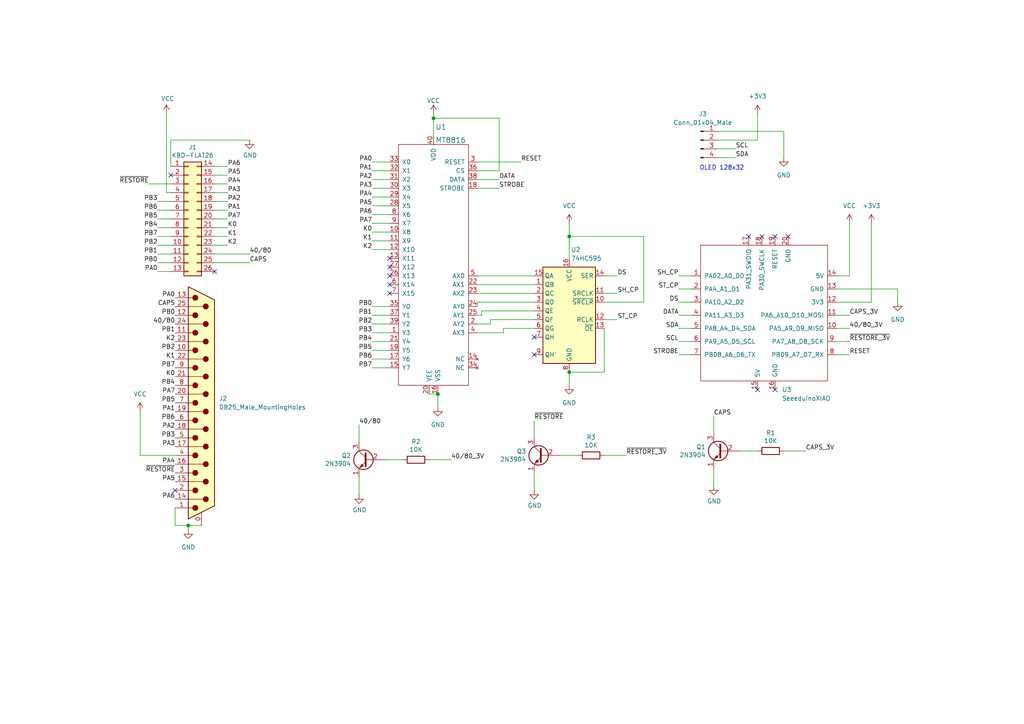
<source format=kicad_sch>
(kicad_sch (version 20211123) (generator eeschema)
  (paper "A4")
  (title_block (title "SEEDUINO C128 Keyboard Adapter") (date "2022-05-26") (comment 1 "ytm@elysium.pl") (comment 2 "Maciej Witkowiak"))
  (lib_symbols
    (symbol "74xx:74HC595"
      (property "Reference" "U" (at -7.62 13.97 0))
      (property "Value" "74HC595" (at -7.62 -16.51 0))
      (symbol "74HC595_1_0"
        (pin tri_state line (at 10.16 7.62 180) (length 2.54) (name "QB") (number "1"))
        (pin input line (at -10.16 2.54 0) (length 2.54) (name "~{SRCLR}") (number "10"))
        (pin input line (at -10.16 5.08 0) (length 2.54) (name "SRCLK") (number "11"))
        (pin input line (at -10.16 -2.54 0) (length 2.54) (name "RCLK") (number "12"))
        (pin input line (at -10.16 -5.08 0) (length 2.54) (name "~{OE}") (number "13"))
        (pin input line (at -10.16 10.16 0) (length 2.54) (name "SER") (number "14"))
        (pin tri_state line (at 10.16 10.16 180) (length 2.54) (name "QA") (number "15"))
        (pin power_in line (at 0 15.24 270) (length 2.54) (name "VCC") (number "16"))
        (pin tri_state line (at 10.16 5.08 180) (length 2.54) (name "QC") (number "2"))
        (pin tri_state line (at 10.16 2.54 180) (length 2.54) (name "QD") (number "3"))
        (pin tri_state line (at 10.16 0 180) (length 2.54) (name "QE") (number "4"))
        (pin tri_state line (at 10.16 -2.54 180) (length 2.54) (name "QF") (number "5"))
        (pin tri_state line (at 10.16 -5.08 180) (length 2.54) (name "QG") (number "6"))
        (pin tri_state line (at 10.16 -7.62 180) (length 2.54) (name "QH") (number "7"))
        (pin power_in line (at 0 -17.78 90) (length 2.54) (name "GND") (number "8"))
        (pin output line (at 10.16 -12.7 180) (length 2.54) (name "QH'") (number "9"))
      )
      (symbol "74HC595_1_1"
        (rectangle (start -7.62 12.7) (end 7.62 -15.24) (stroke (width 0.254)) (fill (type background)))
      )
    )
    (symbol "Connector:Conn_01x04_Male" (pin_names (offset 1.016) hide)
      (property "Reference" "J" (at 0 5.08 0))
      (property "Value" "Conn_01x04_Male" (at 0 -7.62 0))
      (symbol "Conn_01x04_Male_1_1"
        (polyline (pts (xy 1.27 -5.08) (xy 0.8636 -5.08)) (stroke (width 0.1524)))
        (polyline (pts (xy 1.27 -2.54) (xy 0.8636 -2.54)) (stroke (width 0.1524)))
        (polyline (pts (xy 1.27 0) (xy 0.8636 0)) (stroke (width 0.1524)))
        (polyline (pts (xy 1.27 2.54) (xy 0.8636 2.54)) (stroke (width 0.1524)))
        (rectangle (start 0.8636 -4.953) (end 0 -5.207) (stroke (width 0.1524)) (fill (type outline)))
        (rectangle (start 0.8636 -2.413) (end 0 -2.667) (stroke (width 0.1524)) (fill (type outline)))
        (rectangle (start 0.8636 0.127) (end 0 -0.127) (stroke (width 0.1524)) (fill (type outline)))
        (rectangle (start 0.8636 2.667) (end 0 2.413) (stroke (width 0.1524)) (fill (type outline)))
        (pin passive line (at 5.08 2.54 180) (length 3.81) (name "Pin_1") (number "1"))
        (pin passive line (at 5.08 0 180) (length 3.81) (name "Pin_2") (number "2"))
        (pin passive line (at 5.08 -2.54 180) (length 3.81) (name "Pin_3") (number "3"))
        (pin passive line (at 5.08 -5.08 180) (length 3.81) (name "Pin_4") (number "4"))
      )
    )
    (symbol "Connector:DB25_Male_MountingHoles" (pin_names (offset 1.016) hide)
      (property "Reference" "J" (at 0 36.83 0))
      (property "Value" "DB25_Male_MountingHoles" (at 0 34.925 0))
      (symbol "DB25_Male_MountingHoles_0_1"
        (circle (center -1.778 -30.48) (radius 0.762) (fill (type outline)))
        (circle (center -1.778 -25.4) (radius 0.762) (fill (type outline)))
        (circle (center -1.778 -20.32) (radius 0.762) (fill (type outline)))
        (circle (center -1.778 -15.24) (radius 0.762) (fill (type outline)))
        (circle (center -1.778 -10.16) (radius 0.762) (fill (type outline)))
        (circle (center -1.778 -5.08) (radius 0.762) (fill (type outline)))
        (circle (center -1.778 0) (radius 0.762) (fill (type outline)))
        (circle (center -1.778 5.08) (radius 0.762) (fill (type outline)))
        (circle (center -1.778 10.16) (radius 0.762) (fill (type outline)))
        (circle (center -1.778 15.24) (radius 0.762) (fill (type outline)))
        (circle (center -1.778 20.32) (radius 0.762) (fill (type outline)))
        (circle (center -1.778 25.4) (radius 0.762) (fill (type outline)))
        (circle (center -1.778 30.48) (radius 0.762) (fill (type outline)))
        (polyline (pts (xy -3.81 -30.48) (xy -2.54 -30.48)))
        (polyline (pts (xy -3.81 -27.94) (xy 0.508 -27.94)))
        (polyline (pts (xy -3.81 -25.4) (xy -2.54 -25.4)))
        (polyline (pts (xy -3.81 -22.86) (xy 0.508 -22.86)))
        (polyline (pts (xy -3.81 -20.32) (xy -2.54 -20.32)))
        (polyline (pts (xy -3.81 -17.78) (xy 0.508 -17.78)))
        (polyline (pts (xy -3.81 -15.24) (xy -2.54 -15.24)))
        (polyline (pts (xy -3.81 -12.7) (xy 0.508 -12.7)))
        (polyline (pts (xy -3.81 -10.16) (xy -2.54 -10.16)))
        (polyline (pts (xy -3.81 -7.62) (xy 0.508 -7.62)))
        (polyline (pts (xy -3.81 -5.08) (xy -2.54 -5.08)))
        (polyline (pts (xy -3.81 -2.54) (xy 0.508 -2.54)))
        (polyline (pts (xy -3.81 0) (xy -2.54 0)))
        (polyline (pts (xy -3.81 2.54) (xy 0.508 2.54)))
        (polyline (pts (xy -3.81 5.08) (xy -2.54 5.08)))
        (polyline (pts (xy -3.81 7.62) (xy 0.508 7.62)))
        (polyline (pts (xy -3.81 10.16) (xy -2.54 10.16)))
        (polyline (pts (xy -3.81 12.7) (xy 0.508 12.7)))
        (polyline (pts (xy -3.81 15.24) (xy -2.54 15.24)))
        (polyline (pts (xy -3.81 17.78) (xy 0.508 17.78)))
        (polyline (pts (xy -3.81 20.32) (xy -2.54 20.32)))
        (polyline (pts (xy -3.81 22.86) (xy 0.508 22.86)))
        (polyline (pts (xy -3.81 25.4) (xy -2.54 25.4)))
        (polyline (pts (xy -3.81 27.94) (xy 0.508 27.94)))
        (polyline (pts (xy -3.81 30.48) (xy -2.54 30.48)))
        (polyline (pts (xy -3.81 -33.655) (xy 3.81 -29.845) (xy 3.81 29.845) (xy -3.81 33.655) (xy -3.81 -33.655)) (stroke (width 0.254)) (fill (type background)))
        (circle (center 1.27 -27.94) (radius 0.762) (fill (type outline)))
        (circle (center 1.27 -22.86) (radius 0.762) (fill (type outline)))
        (circle (center 1.27 -17.78) (radius 0.762) (fill (type outline)))
        (circle (center 1.27 -12.7) (radius 0.762) (fill (type outline)))
        (circle (center 1.27 -7.62) (radius 0.762) (fill (type outline)))
        (circle (center 1.27 -2.54) (radius 0.762) (fill (type outline)))
        (circle (center 1.27 2.54) (radius 0.762) (fill (type outline)))
        (circle (center 1.27 7.62) (radius 0.762) (fill (type outline)))
        (circle (center 1.27 12.7) (radius 0.762) (fill (type outline)))
        (circle (center 1.27 17.78) (radius 0.762) (fill (type outline)))
        (circle (center 1.27 22.86) (radius 0.762) (fill (type outline)))
        (circle (center 1.27 27.94) (radius 0.762) (fill (type outline)))
      )
      (symbol "DB25_Male_MountingHoles_1_1"
        (pin passive line (at 0 -35.56 90) (length 3.81) (name "PAD") (number "0"))
        (pin passive line (at -7.62 -30.48 0) (length 3.81) (name "1") (number "1"))
        (pin passive line (at -7.62 15.24 0) (length 3.81) (name "10") (number "10"))
        (pin passive line (at -7.62 20.32 0) (length 3.81) (name "11") (number "11"))
        (pin passive line (at -7.62 25.4 0) (length 3.81) (name "12") (number "12"))
        (pin passive line (at -7.62 30.48 0) (length 3.81) (name "13") (number "13"))
        (pin passive line (at -7.62 -27.94 0) (length 3.81) (name "P14") (number "14"))
        (pin passive line (at -7.62 -22.86 0) (length 3.81) (name "P15") (number "15"))
        (pin passive line (at -7.62 -17.78 0) (length 3.81) (name "P16") (number "16"))
        (pin passive line (at -7.62 -12.7 0) (length 3.81) (name "P17") (number "17"))
        (pin passive line (at -7.62 -7.62 0) (length 3.81) (name "P18") (number "18"))
        (pin passive line (at -7.62 -2.54 0) (length 3.81) (name "P19") (number "19"))
        (pin passive line (at -7.62 -25.4 0) (length 3.81) (name "2") (number "2"))
        (pin passive line (at -7.62 2.54 0) (length 3.81) (name "P20") (number "20"))
        (pin passive line (at -7.62 7.62 0) (length 3.81) (name "P21") (number "21"))
        (pin passive line (at -7.62 12.7 0) (length 3.81) (name "P22") (number "22"))
        (pin passive line (at -7.62 17.78 0) (length 3.81) (name "P23") (number "23"))
        (pin passive line (at -7.62 22.86 0) (length 3.81) (name "P24") (number "24"))
        (pin passive line (at -7.62 27.94 0) (length 3.81) (name "P25") (number "25"))
        (pin passive line (at -7.62 -20.32 0) (length 3.81) (name "3") (number "3"))
        (pin passive line (at -7.62 -15.24 0) (length 3.81) (name "4") (number "4"))
        (pin passive line (at -7.62 -10.16 0) (length 3.81) (name "5") (number "5"))
        (pin passive line (at -7.62 -5.08 0) (length 3.81) (name "6") (number "6"))
        (pin passive line (at -7.62 0 0) (length 3.81) (name "7") (number "7"))
        (pin passive line (at -7.62 5.08 0) (length 3.81) (name "8") (number "8"))
        (pin passive line (at -7.62 10.16 0) (length 3.81) (name "9") (number "9"))
      )
    )
    (symbol "Connector_Generic:Conn_02x13_Top_Bottom" (pin_names (offset 1.016) hide)
      (property "Reference" "J" (at 1.27 17.78 0))
      (property "Value" "Conn_02x13_Top_Bottom" (at 1.27 -17.78 0))
      (symbol "Conn_02x13_Top_Bottom_1_1"
        (rectangle (start -1.27 -15.113) (end 0 -15.367) (stroke (width 0.1524)))
        (rectangle (start -1.27 -12.573) (end 0 -12.827) (stroke (width 0.1524)))
        (rectangle (start -1.27 -10.033) (end 0 -10.287) (stroke (width 0.1524)))
        (rectangle (start -1.27 -7.493) (end 0 -7.747) (stroke (width 0.1524)))
        (rectangle (start -1.27 -4.953) (end 0 -5.207) (stroke (width 0.1524)))
        (rectangle (start -1.27 -2.413) (end 0 -2.667) (stroke (width 0.1524)))
        (rectangle (start -1.27 0.127) (end 0 -0.127) (stroke (width 0.1524)))
        (rectangle (start -1.27 2.667) (end 0 2.413) (stroke (width 0.1524)))
        (rectangle (start -1.27 5.207) (end 0 4.953) (stroke (width 0.1524)))
        (rectangle (start -1.27 7.747) (end 0 7.493) (stroke (width 0.1524)))
        (rectangle (start -1.27 10.287) (end 0 10.033) (stroke (width 0.1524)))
        (rectangle (start -1.27 12.827) (end 0 12.573) (stroke (width 0.1524)))
        (rectangle (start -1.27 15.367) (end 0 15.113) (stroke (width 0.1524)))
        (rectangle (start -1.27 16.51) (end 3.81 -16.51) (stroke (width 0.254)) (fill (type background)))
        (rectangle (start 3.81 -15.113) (end 2.54 -15.367) (stroke (width 0.1524)))
        (rectangle (start 3.81 -12.573) (end 2.54 -12.827) (stroke (width 0.1524)))
        (rectangle (start 3.81 -10.033) (end 2.54 -10.287) (stroke (width 0.1524)))
        (rectangle (start 3.81 -7.493) (end 2.54 -7.747) (stroke (width 0.1524)))
        (rectangle (start 3.81 -4.953) (end 2.54 -5.207) (stroke (width 0.1524)))
        (rectangle (start 3.81 -2.413) (end 2.54 -2.667) (stroke (width 0.1524)))
        (rectangle (start 3.81 0.127) (end 2.54 -0.127) (stroke (width 0.1524)))
        (rectangle (start 3.81 2.667) (end 2.54 2.413) (stroke (width 0.1524)))
        (rectangle (start 3.81 5.207) (end 2.54 4.953) (stroke (width 0.1524)))
        (rectangle (start 3.81 7.747) (end 2.54 7.493) (stroke (width 0.1524)))
        (rectangle (start 3.81 10.287) (end 2.54 10.033) (stroke (width 0.1524)))
        (rectangle (start 3.81 12.827) (end 2.54 12.573) (stroke (width 0.1524)))
        (rectangle (start 3.81 15.367) (end 2.54 15.113) (stroke (width 0.1524)))
        (pin passive line (at -5.08 15.24 0) (length 3.81) (name "Pin_1") (number "1"))
        (pin passive line (at -5.08 -7.62 0) (length 3.81) (name "Pin_10") (number "10"))
        (pin passive line (at -5.08 -10.16 0) (length 3.81) (name "Pin_11") (number "11"))
        (pin passive line (at -5.08 -12.7 0) (length 3.81) (name "Pin_12") (number "12"))
        (pin passive line (at -5.08 -15.24 0) (length 3.81) (name "Pin_13") (number "13"))
        (pin passive line (at 7.62 15.24 180) (length 3.81) (name "Pin_14") (number "14"))
        (pin passive line (at 7.62 12.7 180) (length 3.81) (name "Pin_15") (number "15"))
        (pin passive line (at 7.62 10.16 180) (length 3.81) (name "Pin_16") (number "16"))
        (pin passive line (at 7.62 7.62 180) (length 3.81) (name "Pin_17") (number "17"))
        (pin passive line (at 7.62 5.08 180) (length 3.81) (name "Pin_18") (number "18"))
        (pin passive line (at 7.62 2.54 180) (length 3.81) (name "Pin_19") (number "19"))
        (pin passive line (at -5.08 12.7 0) (length 3.81) (name "Pin_2") (number "2"))
        (pin passive line (at 7.62 0 180) (length 3.81) (name "Pin_20") (number "20"))
        (pin passive line (at 7.62 -2.54 180) (length 3.81) (name "Pin_21") (number "21"))
        (pin passive line (at 7.62 -5.08 180) (length 3.81) (name "Pin_22") (number "22"))
        (pin passive line (at 7.62 -7.62 180) (length 3.81) (name "Pin_23") (number "23"))
        (pin passive line (at 7.62 -10.16 180) (length 3.81) (name "Pin_24") (number "24"))
        (pin passive line (at 7.62 -12.7 180) (length 3.81) (name "Pin_25") (number "25"))
        (pin passive line (at 7.62 -15.24 180) (length 3.81) (name "Pin_26") (number "26"))
        (pin passive line (at -5.08 10.16 0) (length 3.81) (name "Pin_3") (number "3"))
        (pin passive line (at -5.08 7.62 0) (length 3.81) (name "Pin_4") (number "4"))
        (pin passive line (at -5.08 5.08 0) (length 3.81) (name "Pin_5") (number "5"))
        (pin passive line (at -5.08 2.54 0) (length 3.81) (name "Pin_6") (number "6"))
        (pin passive line (at -5.08 0 0) (length 3.81) (name "Pin_7") (number "7"))
        (pin passive line (at -5.08 -2.54 0) (length 3.81) (name "Pin_8") (number "8"))
        (pin passive line (at -5.08 -5.08 0) (length 3.81) (name "Pin_9") (number "9"))
      )
    )
    (symbol "Device:R" (pin_numbers hide) (pin_names (offset 0))
      (property "Reference" "R" (at 2.032 0 90))
      (property "Value" "R" (at 0 0 90))
      (symbol "R_0_1"
        (rectangle (start -1.016 -2.54) (end 1.016 2.54) (stroke (width 0.254)))
      )
      (symbol "R_1_1"
        (pin passive line (at 0 3.81 270) (length 1.27) (name "~") (number "1"))
        (pin passive line (at 0 -3.81 90) (length 1.27) (name "~") (number "2"))
      )
    )
    (symbol "SEEDUINO XIAO:SeeeduinoXIAO" (pin_names (offset 1.016))
      (property "Reference" "U" (at -19.05 22.86 0))
      (property "Value" "SeeeduinoXIAO" (at -12.7 21.59 0))
      (symbol "SeeeduinoXIAO_0_1"
        (rectangle (start -19.05 20.32) (end 17.78 -19.05))
      )
      (symbol "SeeeduinoXIAO_1_1"
        (pin unspecified line (at -21.59 11.43 0) (length 2.54) (name "PA02_A0_D0") (number "1"))
        (pin unspecified line (at 20.32 -3.81 180) (length 2.54) (name "PA5_A9_D9_MISO") (number "10"))
        (pin unspecified line (at 20.32 0 180) (length 2.54) (name "PA6_A10_D10_MOSI") (number "11"))
        (pin unspecified line (at 20.32 3.81 180) (length 2.54) (name "3V3") (number "12"))
        (pin unspecified line (at 20.32 7.62 180) (length 2.54) (name "GND") (number "13"))
        (pin unspecified line (at 20.32 11.43 180) (length 2.54) (name "5V") (number "14"))
        (pin input line (at -2.54 -21.59 90) (length 2.54) (name "5V") (number "15"))
        (pin input line (at 2.54 -21.59 90) (length 2.54) (name "GND") (number "16"))
        (pin input line (at -5.08 22.86 270) (length 2.54) (name "PA31_SWDIO") (number "17"))
        (pin input line (at -1.27 22.86 270) (length 2.54) (name "PA30_SWCLK") (number "18"))
        (pin input line (at 2.54 22.86 270) (length 2.54) (name "RESET") (number "19"))
        (pin unspecified line (at -21.59 7.62 0) (length 2.54) (name "PA4_A1_D1") (number "2"))
        (pin input line (at 6.35 22.86 270) (length 2.54) (name "GND") (number "20"))
        (pin unspecified line (at -21.59 3.81 0) (length 2.54) (name "PA10_A2_D2") (number "3"))
        (pin unspecified line (at -21.59 0 0) (length 2.54) (name "PA11_A3_D3") (number "4"))
        (pin unspecified line (at -21.59 -3.81 0) (length 2.54) (name "PA8_A4_D4_SDA") (number "5"))
        (pin unspecified line (at -21.59 -7.62 0) (length 2.54) (name "PA9_A5_D5_SCL") (number "6"))
        (pin unspecified line (at -21.59 -11.43 0) (length 2.54) (name "PB08_A6_D6_TX") (number "7"))
        (pin unspecified line (at 20.32 -11.43 180) (length 2.54) (name "PB09_A7_D7_RX") (number "8"))
        (pin unspecified line (at 20.32 -7.62 180) (length 2.54) (name "PA7_A8_D8_SCK") (number "9"))
      )
    )
    (symbol "Transistor_BJT:2N3904" (pin_names (offset 0) hide)
      (property "Reference" "Q" (at 5.08 1.905 0))
      (property "Value" "2N3904" (at 5.08 0 0))
      (symbol "2N3904_0_1"
        (polyline (pts (xy 0.635 0.635) (xy 2.54 2.54)))
        (polyline (pts (xy 0.635 -0.635) (xy 2.54 -2.54) (xy 2.54 -2.54)))
        (polyline (pts (xy 0.635 1.905) (xy 0.635 -1.905) (xy 0.635 -1.905)) (stroke (width 0.508)))
        (polyline (pts (xy 1.27 -1.778) (xy 1.778 -1.27) (xy 2.286 -2.286) (xy 1.27 -1.778) (xy 1.27 -1.778)) (fill (type outline)))
        (circle (center 1.27 0) (radius 2.8194) (stroke (width 0.254)))
      )
      (symbol "2N3904_1_1"
        (pin passive line (at 2.54 -5.08 90) (length 2.54) (name "E") (number "1"))
        (pin passive line (at -5.08 0 0) (length 5.715) (name "B") (number "2"))
        (pin passive line (at 2.54 5.08 270) (length 2.54) (name "C") (number "3"))
      )
    )
    (symbol "mt8808:MT8816" (pin_names (offset 1.016))
      (property "Reference" "U" (at 3.81 31.75 0))
      (property "Value" "MT8816" (at -15.24 -24.13 0))
      (symbol "MT8816_0_0"
        (pin bidirectional line (at 12.7 15.24 180) (length 2.54) (name "X4") (number "29"))
        (pin bidirectional line (at 12.7 17.78 180) (length 2.54) (name "X3") (number "30"))
        (pin bidirectional line (at 12.7 20.32 180) (length 2.54) (name "X2") (number "31"))
        (pin bidirectional line (at 12.7 22.86 180) (length 2.54) (name "X1") (number "32"))
        (pin bidirectional line (at 12.7 25.4 180) (length 2.54) (name "X0") (number "33"))
        (pin no_connect line (at -12.7 -34.29 0) (length 2.54) (name "NC") (number "34"))
        (pin bidirectional line (at 12.7 -16.51 180) (length 2.54) (name "Y0") (number "35"))
        (pin input line (at -12.7 22.86 0) (length 2.54) (name "CS") (number "36"))
        (pin bidirectional line (at 12.7 -19.05 180) (length 2.54) (name "Y1") (number "37"))
        (pin input line (at -12.7 20.32 0) (length 2.54) (name "DATA") (number "38"))
        (pin bidirectional line (at 12.7 -21.59 180) (length 2.54) (name "Y2") (number "39"))
        (pin power_in line (at 0 33.02 270) (length 2.54) (name "VDD") (number "40"))
      )
      (symbol "MT8816_0_1"
        (rectangle (start -10.16 30.48) (end 10.16 -39.37))
        (pin bidirectional line (at 12.7 -29.21 180) (length 2.54) (name "Y5") (number "19"))
        (pin input line (at -12.7 -7.62 0) (length 2.54) (name "AX0") (number "5"))
      )
      (symbol "MT8816_1_1"
        (pin bidirectional line (at 12.7 -24.13 180) (length 2.54) (name "Y3") (number "1"))
        (pin bidirectional line (at 12.7 5.08 180) (length 2.54) (name "X8") (number "10"))
        (pin bidirectional line (at 12.7 2.54 180) (length 2.54) (name "X9") (number "11"))
        (pin bidirectional line (at 12.7 0 180) (length 2.54) (name "X10") (number "12"))
        (pin bidirectional line (at 12.7 -2.54 180) (length 2.54) (name "X11") (number "13"))
        (pin no_connect line (at -12.7 -31.75 0) (length 2.54) (name "NC") (number "14"))
        (pin bidirectional line (at 12.7 -34.29 180) (length 2.54) (name "Y7") (number "15"))
        (pin power_in line (at -1.27 -41.91 90) (length 2.54) (name "VSS") (number "16"))
        (pin bidirectional line (at 12.7 -31.75 180) (length 2.54) (name "Y6") (number "17"))
        (pin input line (at -12.7 17.78 0) (length 2.54) (name "STROBE") (number "18"))
        (pin input line (at -12.7 -21.59 0) (length 2.54) (name "AY2") (number "2"))
        (pin power_in line (at 1.27 -41.91 90) (length 2.54) (name "VEE") (number "20"))
        (pin bidirectional line (at 12.7 -26.67 180) (length 2.54) (name "Y4") (number "21"))
        (pin input line (at -12.7 -10.16 0) (length 2.54) (name "AX1") (number "22"))
        (pin input line (at -12.7 -12.7 0) (length 2.54) (name "AX2") (number "23"))
        (pin input line (at -12.7 -16.51 0) (length 2.54) (name "AY0") (number "24"))
        (pin input line (at -12.7 -19.05 0) (length 2.54) (name "AY1") (number "25"))
        (pin bidirectional line (at 12.7 -7.62 180) (length 2.54) (name "X13") (number "26"))
        (pin bidirectional line (at 12.7 -5.08 180) (length 2.54) (name "X12") (number "27"))
        (pin bidirectional line (at 12.7 12.7 180) (length 2.54) (name "X5") (number "28"))
        (pin input line (at -12.7 25.4 0) (length 2.54) (name "RESET") (number "3"))
        (pin input line (at -12.7 -24.13 0) (length 2.54) (name "AX3") (number "4"))
        (pin bidirectional line (at 12.7 -10.16 180) (length 2.54) (name "X14") (number "6"))
        (pin bidirectional line (at 12.7 -12.7 180) (length 2.54) (name "X15") (number "7"))
        (pin bidirectional line (at 12.7 10.16 180) (length 2.54) (name "X6") (number "8"))
        (pin bidirectional line (at 12.7 7.62 180) (length 2.54) (name "X7") (number "9"))
      )
    )
    (symbol "power:+3.3V" (power) (pin_names (offset 0))
      (property "Value" "+3.3V" (at 0 3.556 0))
      (symbol "+3.3V_0_1"
        (polyline (pts (xy -0.762 1.27) (xy 0 2.54)))
        (polyline (pts (xy 0 0) (xy 0 2.54)))
        (polyline (pts (xy 0 2.54) (xy 0.762 1.27)))
      )
      (symbol "+3.3V_1_1"
        (pin power_in line (at 0 0 90) (length 0) hide (name "+3V3") (number "1"))
      )
    )
    (symbol "power:GND" (power) (pin_names (offset 0))
      (property "Value" "GND" (at 0 -3.81 0))
      (symbol "GND_0_1"
        (polyline (pts (xy 0 0) (xy 0 -1.27) (xy 1.27 -1.27) (xy 0 -2.54) (xy -1.27 -1.27) (xy 0 -1.27)))
      )
      (symbol "GND_1_1"
        (pin power_in line (at 0 0 270) (length 0) hide (name "GND") (number "1"))
      )
    )
    (symbol "power:VCC" (power) (pin_names (offset 0))
      (property "Value" "VCC" (at 0 3.81 0))
      (symbol "VCC_0_1"
        (polyline (pts (xy -0.762 1.27) (xy 0 2.54)))
        (polyline (pts (xy 0 0) (xy 0 2.54)))
        (polyline (pts (xy 0 2.54) (xy 0.762 1.27)))
      )
      (symbol "VCC_1_1"
        (pin power_in line (at 0 0 90) (length 0) hide (name "VCC") (number "1"))
      )
    )
  )
  (junction (at 54.61 152.4))
  (junction (at 165.1 107.95))
  (junction (at 127 114.3))
  (junction (at 125.73 34.29))
  (junction (at 165.1 68.58))
  (no_connect (at 224.79 113.03))
  (no_connect (at 219.71 113.03))
  (no_connect (at 49.53 50.8))
  (no_connect (at 113.03 77.47))
  (no_connect (at 113.03 80.01))
  (no_connect (at 113.03 82.55))
  (no_connect (at 113.03 85.09))
  (no_connect (at 113.03 74.93))
  (no_connect (at 62.23 78.74))
  (no_connect (at 50.8 142.24))
  (no_connect (at 228.6 68.58))
  (no_connect (at 224.79 68.58))
  (no_connect (at 220.98 68.58))
  (no_connect (at 217.17 68.58))
  (no_connect (at 154.94 97.79))
  (no_connect (at 154.94 102.87))
  (wire (pts (xy 165.1 68.58) (xy 165.1 74.93)))
  (wire (pts (xy 62.23 68.58) (xy 66.04 68.58)))
  (wire (pts (xy 48.26 55.88) (xy 48.26 33.02)))
  (wire (pts (xy 50.8 152.4) (xy 54.61 152.4)))
  (wire (pts (xy 45.72 68.58) (xy 49.53 68.58)))
  (wire (pts (xy 72.39 40.64) (xy 49.53 40.64)))
  (wire (pts (xy 107.95 46.99) (xy 113.03 46.99)))
  (wire (pts (xy 107.95 59.69) (xy 113.03 59.69)))
  (wire (pts (xy 196.85 83.82) (xy 200.66 83.82)))
  (wire (pts (xy 107.95 54.61) (xy 113.03 54.61)))
  (wire (pts (xy 107.95 49.53) (xy 113.03 49.53)))
  (wire (pts (xy 45.72 63.5) (xy 49.53 63.5)))
  (wire (pts (xy 146.05 96.52) (xy 146.05 95.25)))
  (wire (pts (xy 246.38 64.77) (xy 246.38 80.01)))
  (wire (pts (xy 62.23 76.2) (xy 72.39 76.2)))
  (wire (pts (xy 146.05 95.25) (xy 154.94 95.25)))
  (wire (pts (xy 196.85 80.01) (xy 200.66 80.01)))
  (wire (pts (xy 104.14 143.51) (xy 104.14 138.43)))
  (wire (pts (xy 138.43 54.61) (xy 144.78 54.61)))
  (wire (pts (xy 138.43 88.9) (xy 138.43 87.63)))
  (wire (pts (xy 208.28 45.72) (xy 213.36 45.72)))
  (wire (pts (xy 196.85 102.87) (xy 200.66 102.87)))
  (wire (pts (xy 40.64 119.38) (xy 40.64 132.08)))
  (wire (pts (xy 242.57 83.82) (xy 260.35 83.82)))
  (wire (pts (xy 154.94 121.92) (xy 154.94 127)))
  (wire (pts (xy 175.26 95.25) (xy 175.26 107.95)))
  (wire (pts (xy 62.23 53.34) (xy 66.04 53.34)))
  (wire (pts (xy 138.43 93.98) (xy 142.24 93.98)))
  (wire (pts (xy 138.43 49.53) (xy 144.78 49.53)))
  (wire (pts (xy 125.73 34.29) (xy 125.73 39.37)))
  (wire (pts (xy 196.85 99.06) (xy 200.66 99.06)))
  (wire (pts (xy 242.57 95.25) (xy 246.38 95.25)))
  (wire (pts (xy 50.8 147.32) (xy 50.8 152.4)))
  (wire (pts (xy 242.57 102.87) (xy 246.38 102.87)))
  (wire (pts (xy 104.14 123.19) (xy 104.14 128.27)))
  (wire (pts (xy 139.7 90.17) (xy 154.94 90.17)))
  (wire (pts (xy 207.01 140.97) (xy 207.01 135.89)))
  (wire (pts (xy 45.72 76.2) (xy 49.53 76.2)))
  (wire (pts (xy 124.46 133.35) (xy 130.81 133.35)))
  (wire (pts (xy 54.61 152.4) (xy 58.42 152.4)))
  (wire (pts (xy 242.57 91.44) (xy 246.38 91.44)))
  (wire (pts (xy 127 114.3) (xy 127 118.11)))
  (wire (pts (xy 62.23 71.12) (xy 66.04 71.12)))
  (wire (pts (xy 260.35 83.82) (xy 260.35 87.63)))
  (wire (pts (xy 208.28 43.18) (xy 213.36 43.18)))
  (wire (pts (xy 107.95 96.52) (xy 113.03 96.52)))
  (wire (pts (xy 207.01 120.65) (xy 207.01 125.73)))
  (wire (pts (xy 175.26 132.08) (xy 181.61 132.08)))
  (wire (pts (xy 107.95 57.15) (xy 113.03 57.15)))
  (wire (pts (xy 144.78 34.29) (xy 125.73 34.29)))
  (wire (pts (xy 107.95 67.31) (xy 113.03 67.31)))
  (wire (pts (xy 107.95 69.85) (xy 113.03 69.85)))
  (wire (pts (xy 252.73 87.63) (xy 242.57 87.63)))
  (wire (pts (xy 45.72 60.96) (xy 49.53 60.96)))
  (wire (pts (xy 144.78 49.53) (xy 144.78 34.29)))
  (wire (pts (xy 116.84 133.35) (xy 111.76 133.35)))
  (wire (pts (xy 196.85 91.44) (xy 200.66 91.44)))
  (wire (pts (xy 107.95 52.07) (xy 113.03 52.07)))
  (wire (pts (xy 138.43 52.07) (xy 144.78 52.07)))
  (wire (pts (xy 107.95 64.77) (xy 113.03 64.77)))
  (wire (pts (xy 186.69 87.63) (xy 186.69 68.58)))
  (wire (pts (xy 49.53 55.88) (xy 48.26 55.88)))
  (wire (pts (xy 62.23 50.8) (xy 66.04 50.8)))
  (wire (pts (xy 138.43 46.99) (xy 151.13 46.99)))
  (wire (pts (xy 49.53 40.64) (xy 49.53 48.26)))
  (wire (pts (xy 208.28 40.64) (xy 219.71 40.64)))
  (wire (pts (xy 45.72 58.42) (xy 49.53 58.42)))
  (wire (pts (xy 167.64 132.08) (xy 162.56 132.08)))
  (wire (pts (xy 50.8 132.08) (xy 40.64 132.08)))
  (wire (pts (xy 107.95 93.98) (xy 113.03 93.98)))
  (wire (pts (xy 175.26 80.01) (xy 179.07 80.01)))
  (wire (pts (xy 227.33 38.1) (xy 227.33 45.72)))
  (wire (pts (xy 138.43 96.52) (xy 146.05 96.52)))
  (wire (pts (xy 219.71 130.81) (xy 214.63 130.81)))
  (wire (pts (xy 165.1 64.77) (xy 165.1 68.58)))
  (wire (pts (xy 62.23 58.42) (xy 66.04 58.42)))
  (wire (pts (xy 107.95 88.9) (xy 113.03 88.9)))
  (wire (pts (xy 45.72 78.74) (xy 49.53 78.74)))
  (wire (pts (xy 138.43 91.44) (xy 139.7 91.44)))
  (wire (pts (xy 175.26 85.09) (xy 179.07 85.09)))
  (wire (pts (xy 139.7 91.44) (xy 139.7 90.17)))
  (wire (pts (xy 62.23 73.66) (xy 72.39 73.66)))
  (wire (pts (xy 107.95 106.68) (xy 113.03 106.68)))
  (wire (pts (xy 219.71 33.02) (xy 219.71 40.64)))
  (wire (pts (xy 242.57 99.06) (xy 246.38 99.06)))
  (wire (pts (xy 208.28 38.1) (xy 227.33 38.1)))
  (wire (pts (xy 107.95 72.39) (xy 113.03 72.39)))
  (wire (pts (xy 175.26 87.63) (xy 186.69 87.63)))
  (wire (pts (xy 196.85 87.63) (xy 200.66 87.63)))
  (wire (pts (xy 43.18 53.34) (xy 49.53 53.34)))
  (wire (pts (xy 175.26 107.95) (xy 165.1 107.95)))
  (wire (pts (xy 107.95 62.23) (xy 113.03 62.23)))
  (wire (pts (xy 62.23 66.04) (xy 66.04 66.04)))
  (wire (pts (xy 45.72 66.04) (xy 49.53 66.04)))
  (wire (pts (xy 138.43 87.63) (xy 154.94 87.63)))
  (wire (pts (xy 107.95 101.6) (xy 113.03 101.6)))
  (wire (pts (xy 175.26 92.71) (xy 179.07 92.71)))
  (wire (pts (xy 62.23 48.26) (xy 66.04 48.26)))
  (wire (pts (xy 62.23 55.88) (xy 66.04 55.88)))
  (wire (pts (xy 124.46 114.3) (xy 127 114.3)))
  (wire (pts (xy 252.73 64.77) (xy 252.73 87.63)))
  (wire (pts (xy 138.43 82.55) (xy 154.94 82.55)))
  (wire (pts (xy 54.61 152.4) (xy 54.61 153.67)))
  (wire (pts (xy 242.57 80.01) (xy 246.38 80.01)))
  (wire (pts (xy 125.73 33.02) (xy 125.73 34.29)))
  (wire (pts (xy 142.24 92.71) (xy 154.94 92.71)))
  (wire (pts (xy 62.23 60.96) (xy 66.04 60.96)))
  (wire (pts (xy 154.94 142.24) (xy 154.94 137.16)))
  (wire (pts (xy 107.95 104.14) (xy 113.03 104.14)))
  (wire (pts (xy 62.23 63.5) (xy 66.04 63.5)))
  (wire (pts (xy 138.43 85.09) (xy 154.94 85.09)))
  (wire (pts (xy 45.72 73.66) (xy 49.53 73.66)))
  (wire (pts (xy 107.95 99.06) (xy 113.03 99.06)))
  (wire (pts (xy 165.1 107.95) (xy 165.1 111.76)))
  (wire (pts (xy 196.85 95.25) (xy 200.66 95.25)))
  (wire (pts (xy 142.24 93.98) (xy 142.24 92.71)))
  (wire (pts (xy 45.72 71.12) (xy 49.53 71.12)))
  (wire (pts (xy 107.95 91.44) (xy 113.03 91.44)))
  (wire (pts (xy 138.43 80.01) (xy 154.94 80.01)))
  (wire (pts (xy 227.33 130.81) (xy 233.68 130.81)))
  (wire (pts (xy 186.69 68.58) (xy 165.1 68.58)))
  (text "OLED 128x32" (at 215.9 49.53 180) (effects (font (size 1.27 1.27)) (justify right bottom)))
  (label "~{RESTORE}" (at 50.8 137.16 180))
  (label "PA2" (at 50.8 124.46 180))
  (label "~{RESTORE}" (at 154.94 121.92 0))
  (label "PB4" (at 107.95 99.06 180))
  (label "PA4" (at 66.04 53.34 0))
  (label "PB2" (at 45.72 71.12 180))
  (label "PB1" (at 50.8 96.52 180))
  (label "SH_CP" (at 196.85 80.01 180))
  (label "PA3" (at 50.8 129.54 180))
  (label "PA1" (at 50.8 119.38 180))
  (label "CAPS_3V" (at 233.68 130.81 0))
  (label "PA7" (at 107.95 64.77 180))
  (label "K1" (at 50.8 104.14 180))
  (label "PB2" (at 50.8 101.6 180))
  (label "PA3" (at 66.04 55.88 0))
  (label "PA0" (at 107.95 46.99 180))
  (label "DATA" (at 144.78 52.07 0))
  (label "DATA" (at 196.85 91.44 180))
  (label "~{RESTORE_3V}" (at 181.61 132.08 0))
  (label "CAPS" (at 72.39 76.2 0))
  (label "~{RESTORE}" (at 43.18 53.34 180))
  (label "PB1" (at 107.95 91.44 180))
  (label "K2" (at 107.95 72.39 180))
  (label "~{RESTORE_3V}" (at 246.38 99.06 0))
  (label "DS" (at 196.85 87.63 180))
  (label "K0" (at 66.04 66.04 0))
  (label "DS" (at 179.07 80.01 0))
  (label "SCL" (at 196.85 99.06 180))
  (label "K0" (at 50.8 109.22 180))
  (label "PB4" (at 50.8 111.76 180))
  (label "CAPS" (at 207.01 120.65 0))
  (label "K1" (at 107.95 69.85 180))
  (label "PA1" (at 66.04 60.96 0))
  (label "PA6" (at 66.04 48.26 0))
  (label "PB7" (at 50.8 106.68 180))
  (label "K1" (at 66.04 68.58 0))
  (label "PB3" (at 107.95 96.52 180))
  (label "PA7" (at 66.04 63.5 0))
  (label "40{slash}80" (at 104.14 123.19 0))
  (label "40{slash}80" (at 50.8 93.98 180))
  (label "PB1" (at 45.72 73.66 180))
  (label "PB5" (at 45.72 63.5 180))
  (label "PA2" (at 107.95 52.07 180))
  (label "K2" (at 66.04 71.12 0))
  (label "CAPS_3V" (at 246.38 91.44 0))
  (label "SDA" (at 196.85 95.25 180))
  (label "PA4" (at 107.95 57.15 180))
  (label "SH_CP" (at 179.07 85.09 0))
  (label "PA7" (at 50.8 114.3 180))
  (label "PB7" (at 45.72 68.58 180))
  (label "PA3" (at 107.95 54.61 180))
  (label "PA0" (at 50.8 86.36 180))
  (label "PA5" (at 50.8 139.7 180))
  (label "PA6" (at 107.95 62.23 180))
  (label "PB7" (at 107.95 106.68 180))
  (label "K2" (at 50.8 99.06 180))
  (label "PB6" (at 45.72 60.96 180))
  (label "SDA" (at 213.36 45.72 0))
  (label "ST_CP" (at 179.07 92.71 0))
  (label "PA1" (at 107.95 49.53 180))
  (label "PB5" (at 107.95 101.6 180))
  (label "PB0" (at 107.95 88.9 180))
  (label "SCL" (at 213.36 43.18 0))
  (label "RESET" (at 246.38 102.87 0))
  (label "PB2" (at 107.95 93.98 180))
  (label "40{slash}80" (at 72.39 73.66 0))
  (label "PB5" (at 50.8 116.84 180))
  (label "PB6" (at 50.8 121.92 180))
  (label "PB0" (at 50.8 91.44 180))
  (label "PA2" (at 66.04 58.42 0))
  (label "ST_CP" (at 196.85 83.82 180))
  (label "PA6" (at 50.8 144.78 180))
  (label "STROBE" (at 144.78 54.61 0))
  (label "PB6" (at 107.95 104.14 180))
  (label "PA5" (at 107.95 59.69 180))
  (label "K0" (at 107.95 67.31 180))
  (label "PA5" (at 66.04 50.8 0))
  (label "PB4" (at 45.72 66.04 180))
  (label "PA0" (at 45.72 78.74 180))
  (label "STROBE" (at 196.85 102.87 180))
  (label "PA4" (at 50.8 134.62 180))
  (label "PB0" (at 45.72 76.2 180))
  (label "40{slash}80_3V" (at 130.81 133.35 0))
  (label "PB3" (at 50.8 127 180))
  (label "CAPS" (at 50.8 88.9 180))
  (label "RESET" (at 151.13 46.99 0))
  (label "PB3" (at 45.72 58.42 180))
  (label "40{slash}80_3V" (at 246.38 95.25 0))
  (symbol (lib_id "Connector_Generic:Conn_02x13_Top_Bottom") (at 54.61 63.5 0) (unit 1)
    (property "Reference" "J1" (at 55.88 42.7482 0))
    (property "Value" "KBD-FLAT26" (at 55.88 45.0596 0))
    (property "Footprint" "Connector_PinHeader_2.54mm:PinHeader_2x13_P2.54mm_Vertical" (effects hide))
    (property "Datasheet" "http://oldcomputer.info/8bit/c128/51.gif" (effects hide))
  )
  (symbol (lib_id "Transistor_BJT:2N3904") (at 209.55 130.81 0) (mirror y) (unit 1)
    (property "Reference" "Q1" (at 204.6986 129.6416 0) (effects (justify left)))
    (property "Value" "2N3904" (at 204.6986 131.953 0) (effects (justify left)))
    (property "Footprint" "Package_TO_SOT_THT:TO-92_Inline" (effects hide))
    (property "Datasheet" "https://www.fairchildsemi.com/datasheets/2N/2N3904.pdf" (effects hide))
  )
  (symbol (lib_id "power:GND") (at 207.01 140.97 0) (unit 1)
    (property "Reference" "#PWR05" (effects hide))
    (property "Value" "GND" (at 207.137 145.3642 0))
  )
  (symbol (lib_id "power:GND") (at 72.39 40.64 0) (unit 1)
    (property "Reference" "#PWR02" (effects hide))
    (property "Value" "GND" (at 72.517 45.0342 0))
  )
  (symbol (lib_id "power:VCC") (at 48.26 33.02 0) (unit 1)
    (property "Reference" "#PWR01" (effects hide))
    (property "Value" "VCC" (at 48.641 28.6258 0))
  )
  (symbol (lib_id "Device:R") (at 223.52 130.81 270) (unit 1)
    (property "Reference" "R1" (at 223.52 125.5522 90))
    (property "Value" "10K" (at 223.52 127.8636 90))
    (property "Footprint" "Resistor_THT:R_Axial_DIN0207_L6.3mm_D2.5mm_P7.62mm_Horizontal" (effects hide))
  )
  (symbol (lib_id "power:GND") (at 104.14 143.51 0) (unit 1)
    (property "Reference" "#PWR03" (effects hide))
    (property "Value" "GND" (at 104.267 147.9042 0))
  )
  (symbol (lib_id "power:VCC") (at 40.64 119.38 0) (unit 1)
    (property "Reference" "#PWR0103" (effects hide))
    (property "Value" "VCC" (at 40.64 114.3 0))
  )
  (symbol (lib_id "power:VCC") (at 125.73 33.02 0) (unit 1)
    (property "Reference" "#PWR04" (effects hide))
    (property "Value" "VCC" (at 125.73 29.21 0))
  )
  (symbol (lib_id "power:GND") (at 127 118.11 0) (unit 1)
    (property "Reference" "#PWR06" (effects hide))
    (property "Value" "GND" (at 127 123.19 0))
  )
  (symbol (lib_id "power:GND") (at 260.35 87.63 0) (unit 1)
    (property "Reference" "#PWR013" (effects hide))
    (property "Value" "GND" (at 260.35 92.71 0))
  )
  (symbol (lib_id "Device:R") (at 120.65 133.35 270) (unit 1)
    (property "Reference" "R2" (at 120.65 128.0922 90))
    (property "Value" "10K" (at 120.65 130.4036 90))
    (property "Footprint" "Resistor_THT:R_Axial_DIN0207_L6.3mm_D2.5mm_P7.62mm_Horizontal" (effects hide))
  )
  (symbol (lib_id "74xx:74HC595") (at 165.1 90.17 0) (mirror y) (unit 1)
    (property "Reference" "U2" (at 165.6206 72.39 0) (effects (justify right)))
    (property "Value" "74HC595" (at 165.6206 74.93 0) (effects (justify right)))
    (property "Footprint" "Package_DIP:DIP-16_W7.62mm_Socket" (effects hide))
    (property "Datasheet" "http://www.ti.com/lit/ds/symlink/sn74hc595.pdf" (effects hide))
  )
  (symbol (lib_id "Connector:Conn_01x04_Male") (at 203.2 40.64 0) (unit 1)
    (property "Reference" "J3" (at 203.835 33.02 0))
    (property "Value" "Conn_01x04_Male" (at 203.835 35.56 0))
    (property "Footprint" "Connector_PinHeader_2.54mm:PinHeader_1x04_P2.54mm_Vertical" (effects hide))
  )
  (symbol (lib_id "Transistor_BJT:2N3904") (at 106.68 133.35 0) (mirror y) (unit 1)
    (property "Reference" "Q2" (at 101.8286 132.1816 0) (effects (justify left)))
    (property "Value" "2N3904" (at 101.8286 134.493 0) (effects (justify left)))
    (property "Footprint" "Package_TO_SOT_THT:TO-92_Inline" (effects hide))
    (property "Datasheet" "https://www.fairchildsemi.com/datasheets/2N/2N3904.pdf" (effects hide))
  )
  (symbol (lib_id "power:+3.3V") (at 219.71 33.02 0) (unit 1)
    (property "Reference" "#PWR0102" (effects hide))
    (property "Value" "+3.3V" (at 219.71 27.94 0))
  )
  (symbol (lib_id "Connector:DB25_Male_MountingHoles") (at 58.42 116.84 0) (unit 1)
    (property "Reference" "J2" (at 63.5 115.5699 0) (effects (justify left)))
    (property "Value" "DB25_Male_MountingHoles" (at 63.5 118.1099 0) (effects (justify left)))
    (property "Footprint" "Connector_Dsub:DSUB-25_Male_Horizontal_P2.77x2.84mm_EdgePinOffset4.94mm_Housed_MountingHolesOffset7.48mm" (effects hide))
    (property "Datasheet" " ~" (effects hide))
  )
  (symbol (lib_id "power:GND") (at 165.1 111.76 0) (unit 1)
    (property "Reference" "#PWR09" (effects hide))
    (property "Value" "GND" (at 165.1 116.84 0))
  )
  (symbol (lib_id "power:GND") (at 154.94 142.24 0) (unit 1)
    (property "Reference" "#PWR07" (effects hide))
    (property "Value" "GND" (at 155.067 146.6342 0))
  )
  (symbol (lib_id "mt8808:MT8816") (at 125.73 72.39 0) (mirror y) (unit 1)
    (property "Reference" "U1" (at 126.2506 36.83 0) (effects (font (size 1.524 1.524)) (justify right)))
    (property "Value" "MT8816" (at 126.2506 40.64 0) (effects (font (size 1.524 1.524)) (justify right)))
    (property "Footprint" "Package_DIP:DIP-40_W15.24mm_Socket" (effects hide))
    (property "Datasheet" "https://www.microsemi.com/document-portal/doc_download/127038-mt8816-datasheet-sept11" (effects hide))
  )
  (symbol (lib_id "power:GND") (at 54.61 153.67 0) (unit 1)
    (property "Reference" "#PWR0104" (effects hide))
    (property "Value" "GND" (at 54.61 158.75 0))
  )
  (symbol (lib_id "power:VCC") (at 165.1 64.77 0) (unit 1)
    (property "Reference" "#PWR08" (effects hide))
    (property "Value" "VCC" (at 165.1 59.69 0))
  )
  (symbol (lib_id "power:GND") (at 227.33 45.72 0) (unit 1)
    (property "Reference" "#PWR0101" (effects hide))
    (property "Value" "GND" (at 227.33 50.8 0))
  )
  (symbol (lib_id "Device:R") (at 171.45 132.08 270) (unit 1)
    (property "Reference" "R3" (at 171.45 126.8222 90))
    (property "Value" "10K" (at 171.45 129.1336 90))
    (property "Footprint" "Resistor_THT:R_Axial_DIN0207_L6.3mm_D2.5mm_P7.62mm_Horizontal" (effects hide))
  )
  (symbol (lib_id "power:+3.3V") (at 252.73 64.77 0) (unit 1)
    (property "Reference" "#PWR012" (effects hide))
    (property "Value" "+3.3V" (at 252.73 59.69 0))
  )
  (symbol (lib_id "power:VCC") (at 246.38 64.77 0) (unit 1)
    (property "Reference" "#PWR011" (effects hide))
    (property "Value" "VCC" (at 246.38 59.69 0))
  )
  (symbol (lib_id "Transistor_BJT:2N3904") (at 157.48 132.08 0) (mirror y) (unit 1)
    (property "Reference" "Q3" (at 152.6286 130.9116 0) (effects (justify left)))
    (property "Value" "2N3904" (at 152.6286 133.223 0) (effects (justify left)))
    (property "Footprint" "Package_TO_SOT_THT:TO-92_Inline" (effects hide))
    (property "Datasheet" "https://www.fairchildsemi.com/datasheets/2N/2N3904.pdf" (effects hide))
  )
  (symbol (lib_id "SEEDUINO XIAO:SeeeduinoXIAO") (at 222.25 91.44 0) (unit 1)
    (property "Reference" "U3" (at 226.8094 113.03 0) (effects (justify left)))
    (property "Value" "SeeeduinoXIAO" (at 226.8094 115.57 0) (effects (justify left)))
    (property "Footprint" "SEEDUINO XIAO:Seeeduino XIAO-MOUDLE14P-2.54-21X17.8MM" (effects hide))
  )
)
</source>
